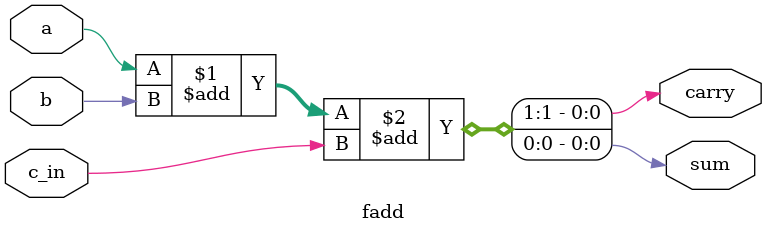
<source format=v>
module top_module (
    input [3:0] x,
    input [3:0] y, 
    output [4:0] sum);
    wire [2:0] car;
    fadd inst1(x[0] , y[0], 1'b0, sum[0],car[0]);
    fadd inst2(x[1] , y[1], car[0], sum[1],car[1]);
    fadd inst3(x[2] , y[2], car[1], sum[2],car[2]);
    fadd inst4(x[3] , y[3], car[2], sum[3],sum[4]);
endmodule
module fadd(input a,b,c_in, output sum, carry);
    assign {carry,sum} = a+b+c_in;
endmodule

</source>
